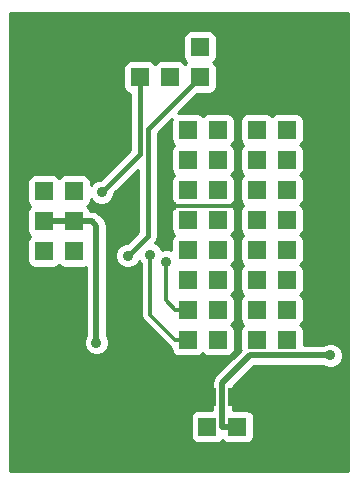
<source format=gbr>
G04 #@! TF.FileFunction,Copper,L1,Top,Signal*
%FSLAX46Y46*%
G04 Gerber Fmt 4.6, Leading zero omitted, Abs format (unit mm)*
G04 Created by KiCad (PCBNEW 0.201505051231+5642~23~ubuntu14.04.1-product) date St 6. květen 2015, 10:49:02 CEST*
%MOMM*%
G01*
G04 APERTURE LIST*
%ADD10C,0.300000*%
%ADD11R,1.524000X1.524000*%
%ADD12C,6.000000*%
%ADD13C,0.889000*%
%ADD14C,0.500000*%
%ADD15C,0.400000*%
%ADD16C,0.254000*%
G04 APERTURE END LIST*
D10*
D11*
X20193000Y2159000D03*
X17653000Y2159000D03*
X20193000Y4699000D03*
X17653000Y4699000D03*
X20193000Y7239000D03*
X17653000Y7239000D03*
X21844000Y27305000D03*
X24384000Y27305000D03*
D12*
X25400000Y35560000D03*
X5080000Y35560000D03*
X25400000Y5080000D03*
X5080000Y5080000D03*
D11*
X16002000Y12065000D03*
X18542000Y12065000D03*
X16002000Y14605000D03*
X18542000Y14605000D03*
X16002000Y17145000D03*
X18542000Y17145000D03*
X16002000Y19685000D03*
X18542000Y19685000D03*
X16002000Y22225000D03*
X18542000Y22225000D03*
X16002000Y24765000D03*
X18542000Y24765000D03*
X16002000Y27305000D03*
X18542000Y27305000D03*
X16002000Y29845000D03*
X18542000Y29845000D03*
X21844000Y12065000D03*
X24384000Y12065000D03*
X21844000Y14605000D03*
X24384000Y14605000D03*
X21844000Y17145000D03*
X24384000Y17145000D03*
X21844000Y19685000D03*
X24384000Y19685000D03*
X21844000Y22225000D03*
X24384000Y22225000D03*
X21844000Y24765000D03*
X24384000Y24765000D03*
X21844000Y29845000D03*
X24384000Y29845000D03*
X17018000Y34290000D03*
X17018000Y36830000D03*
X6350000Y17018000D03*
X3810000Y17018000D03*
X6350000Y19558000D03*
X3810000Y19558000D03*
X6350000Y22098000D03*
X3810000Y22098000D03*
X6350000Y24638000D03*
X3810000Y24638000D03*
X6350000Y27178000D03*
X3810000Y27178000D03*
X14478000Y36830000D03*
X14478000Y34290000D03*
X11938000Y36830000D03*
X11938000Y34290000D03*
D13*
X28041606Y10718800D03*
X8255000Y11811000D03*
X14681199Y23406101D03*
X8686800Y24536400D03*
X10922000Y19177000D03*
X14152542Y18655114D03*
X12823585Y19245521D03*
D14*
X27412989Y10718800D02*
X28041606Y10718800D01*
X21241598Y10718800D02*
X27412989Y10718800D01*
X18926999Y8404201D02*
X21241598Y10718800D01*
X18931000Y4699000D02*
X18926999Y4703001D01*
X20193000Y4699000D02*
X18931000Y4699000D01*
X18926999Y4703001D02*
X18926999Y8404201D01*
X6350000Y22098000D02*
X3810000Y22098000D01*
X6350000Y22098000D02*
X7874000Y22098000D01*
X8255000Y21717000D02*
X8255000Y11811000D01*
X7874000Y22098000D02*
X8255000Y21717000D01*
D10*
X14681199Y23406101D02*
X19977101Y23406101D01*
D15*
X9131299Y24980899D02*
X8686800Y24536400D01*
X11938000Y27787600D02*
X9131299Y24980899D01*
X11938000Y34290000D02*
X11938000Y27787600D01*
X12592010Y29864010D02*
X17018000Y34290000D01*
X12592010Y20847010D02*
X12592010Y29864010D01*
X10922000Y19177000D02*
X12592010Y20847010D01*
D10*
X14152542Y15392458D02*
X14152542Y18026497D01*
X14940000Y14605000D02*
X14152542Y15392458D01*
X16002000Y14605000D02*
X14940000Y14605000D01*
X14152542Y18026497D02*
X14152542Y18655114D01*
X12823585Y18616904D02*
X12823585Y19245521D01*
X12823585Y14181415D02*
X12823585Y18616904D01*
X16002000Y12065000D02*
X14940000Y12065000D01*
X14940000Y12065000D02*
X12823585Y14181415D01*
D16*
G36*
X14857541Y20955278D02*
X14785073Y20907673D01*
X14642623Y20696640D01*
X14592560Y20447000D01*
X14592560Y19641268D01*
X14368210Y19734427D01*
X13938758Y19734801D01*
X13811214Y19682102D01*
X13739274Y19856210D01*
X13435871Y20160143D01*
X13187046Y20263465D01*
X13363449Y20527469D01*
X13363450Y20527470D01*
X13427010Y20847010D01*
X13427010Y29518142D01*
X14611797Y30702930D01*
X14592560Y30607000D01*
X14592560Y29083000D01*
X14639537Y28840877D01*
X14779327Y28628073D01*
X14857541Y28575278D01*
X14785073Y28527673D01*
X14642623Y28316640D01*
X14592560Y28067000D01*
X14592560Y26543000D01*
X14639537Y26300877D01*
X14779327Y26088073D01*
X14857541Y26035278D01*
X14785073Y25987673D01*
X14642623Y25776640D01*
X14592560Y25527000D01*
X14592560Y24003000D01*
X14639537Y23760877D01*
X14779327Y23548073D01*
X14857541Y23495278D01*
X14785073Y23447673D01*
X14642623Y23236640D01*
X14592560Y22987000D01*
X14592560Y21463000D01*
X14639537Y21220877D01*
X14779327Y21008073D01*
X14857541Y20955278D01*
X14857541Y20955278D01*
G37*
X14857541Y20955278D02*
X14785073Y20907673D01*
X14642623Y20696640D01*
X14592560Y20447000D01*
X14592560Y19641268D01*
X14368210Y19734427D01*
X13938758Y19734801D01*
X13811214Y19682102D01*
X13739274Y19856210D01*
X13435871Y20160143D01*
X13187046Y20263465D01*
X13363449Y20527469D01*
X13363450Y20527470D01*
X13427010Y20847010D01*
X13427010Y29518142D01*
X14611797Y30702930D01*
X14592560Y30607000D01*
X14592560Y29083000D01*
X14639537Y28840877D01*
X14779327Y28628073D01*
X14857541Y28575278D01*
X14785073Y28527673D01*
X14642623Y28316640D01*
X14592560Y28067000D01*
X14592560Y26543000D01*
X14639537Y26300877D01*
X14779327Y26088073D01*
X14857541Y26035278D01*
X14785073Y25987673D01*
X14642623Y25776640D01*
X14592560Y25527000D01*
X14592560Y24003000D01*
X14639537Y23760877D01*
X14779327Y23548073D01*
X14857541Y23495278D01*
X14785073Y23447673D01*
X14642623Y23236640D01*
X14592560Y22987000D01*
X14592560Y21463000D01*
X14639537Y21220877D01*
X14779327Y21008073D01*
X14857541Y20955278D01*
G36*
X29541000Y939000D02*
X29121293Y939000D01*
X29121293Y10932584D01*
X28957295Y11329489D01*
X28653892Y11633422D01*
X28257274Y11798113D01*
X27827822Y11798487D01*
X27430917Y11634489D01*
X27400174Y11603800D01*
X25793440Y11603800D01*
X25793440Y12827000D01*
X25746463Y13069123D01*
X25606673Y13281927D01*
X25528458Y13334723D01*
X25600927Y13382327D01*
X25743377Y13593360D01*
X25793440Y13843000D01*
X25793440Y15367000D01*
X25746463Y15609123D01*
X25606673Y15821927D01*
X25528458Y15874723D01*
X25600927Y15922327D01*
X25743377Y16133360D01*
X25793440Y16383000D01*
X25793440Y17907000D01*
X25746463Y18149123D01*
X25606673Y18361927D01*
X25528458Y18414723D01*
X25600927Y18462327D01*
X25743377Y18673360D01*
X25793440Y18923000D01*
X25793440Y20447000D01*
X25746463Y20689123D01*
X25606673Y20901927D01*
X25528458Y20954723D01*
X25600927Y21002327D01*
X25743377Y21213360D01*
X25793440Y21463000D01*
X25793440Y22987000D01*
X25746463Y23229123D01*
X25606673Y23441927D01*
X25528458Y23494723D01*
X25600927Y23542327D01*
X25743377Y23753360D01*
X25793440Y24003000D01*
X25793440Y25527000D01*
X25746463Y25769123D01*
X25606673Y25981927D01*
X25528458Y26034723D01*
X25600927Y26082327D01*
X25743377Y26293360D01*
X25793440Y26543000D01*
X25793440Y28067000D01*
X25746463Y28309123D01*
X25606673Y28521927D01*
X25528458Y28574723D01*
X25600927Y28622327D01*
X25743377Y28833360D01*
X25793440Y29083000D01*
X25793440Y30607000D01*
X25746463Y30849123D01*
X25606673Y31061927D01*
X25395640Y31204377D01*
X25146000Y31254440D01*
X23622000Y31254440D01*
X23379877Y31207463D01*
X23167073Y31067673D01*
X23114277Y30989459D01*
X23066673Y31061927D01*
X22855640Y31204377D01*
X22606000Y31254440D01*
X21082000Y31254440D01*
X20839877Y31207463D01*
X20627073Y31067673D01*
X20484623Y30856640D01*
X20434560Y30607000D01*
X20434560Y29083000D01*
X20481537Y28840877D01*
X20621327Y28628073D01*
X20699541Y28575278D01*
X20627073Y28527673D01*
X20484623Y28316640D01*
X20434560Y28067000D01*
X20434560Y26543000D01*
X20481537Y26300877D01*
X20621327Y26088073D01*
X20699541Y26035278D01*
X20627073Y25987673D01*
X20484623Y25776640D01*
X20434560Y25527000D01*
X20434560Y24003000D01*
X20481537Y23760877D01*
X20621327Y23548073D01*
X20699541Y23495278D01*
X20627073Y23447673D01*
X20484623Y23236640D01*
X20434560Y22987000D01*
X20434560Y21463000D01*
X20481537Y21220877D01*
X20621327Y21008073D01*
X20699541Y20955278D01*
X20627073Y20907673D01*
X20484623Y20696640D01*
X20434560Y20447000D01*
X20434560Y18923000D01*
X20481537Y18680877D01*
X20621327Y18468073D01*
X20699541Y18415278D01*
X20627073Y18367673D01*
X20484623Y18156640D01*
X20434560Y17907000D01*
X20434560Y16383000D01*
X20481537Y16140877D01*
X20621327Y15928073D01*
X20699541Y15875278D01*
X20627073Y15827673D01*
X20484623Y15616640D01*
X20434560Y15367000D01*
X20434560Y13843000D01*
X20481537Y13600877D01*
X20621327Y13388073D01*
X20699541Y13335278D01*
X20627073Y13287673D01*
X20484623Y13076640D01*
X20434560Y12827000D01*
X20434560Y11303000D01*
X20457253Y11186035D01*
X19951440Y10680222D01*
X19951440Y11303000D01*
X19951440Y12827000D01*
X19904463Y13069123D01*
X19764673Y13281927D01*
X19686458Y13334723D01*
X19758927Y13382327D01*
X19901377Y13593360D01*
X19951440Y13843000D01*
X19951440Y15367000D01*
X19904463Y15609123D01*
X19764673Y15821927D01*
X19686458Y15874723D01*
X19758927Y15922327D01*
X19901377Y16133360D01*
X19951440Y16383000D01*
X19951440Y17907000D01*
X19904463Y18149123D01*
X19764673Y18361927D01*
X19686458Y18414723D01*
X19758927Y18462327D01*
X19901377Y18673360D01*
X19951440Y18923000D01*
X19951440Y20447000D01*
X19904463Y20689123D01*
X19764673Y20901927D01*
X19686458Y20954723D01*
X19758927Y21002327D01*
X19901377Y21213360D01*
X19951440Y21463000D01*
X19951440Y22987000D01*
X19904463Y23229123D01*
X19764673Y23441927D01*
X19686458Y23494723D01*
X19758927Y23542327D01*
X19901377Y23753360D01*
X19951440Y24003000D01*
X19951440Y25527000D01*
X19904463Y25769123D01*
X19764673Y25981927D01*
X19686458Y26034723D01*
X19758927Y26082327D01*
X19901377Y26293360D01*
X19951440Y26543000D01*
X19951440Y28067000D01*
X19904463Y28309123D01*
X19764673Y28521927D01*
X19686458Y28574723D01*
X19758927Y28622327D01*
X19901377Y28833360D01*
X19951440Y29083000D01*
X19951440Y30607000D01*
X19904463Y30849123D01*
X19764673Y31061927D01*
X19553640Y31204377D01*
X19304000Y31254440D01*
X17780000Y31254440D01*
X17537877Y31207463D01*
X17325073Y31067673D01*
X17272277Y30989459D01*
X17224673Y31061927D01*
X17013640Y31204377D01*
X16764000Y31254440D01*
X15240000Y31254440D01*
X15144846Y31235979D01*
X16789428Y32880560D01*
X17780000Y32880560D01*
X18022123Y32927537D01*
X18234927Y33067327D01*
X18377377Y33278360D01*
X18427440Y33528000D01*
X18427440Y35052000D01*
X18380463Y35294123D01*
X18240673Y35506927D01*
X18162458Y35559723D01*
X18234927Y35607327D01*
X18377377Y35818360D01*
X18427440Y36068000D01*
X18427440Y37592000D01*
X18380463Y37834123D01*
X18240673Y38046927D01*
X18029640Y38189377D01*
X17780000Y38239440D01*
X16256000Y38239440D01*
X16013877Y38192463D01*
X15801073Y38052673D01*
X15658623Y37841640D01*
X15608560Y37592000D01*
X15608560Y36068000D01*
X15655537Y35825877D01*
X15795327Y35613073D01*
X15873541Y35560278D01*
X15801073Y35512673D01*
X15748277Y35434459D01*
X15700673Y35506927D01*
X15489640Y35649377D01*
X15240000Y35699440D01*
X13716000Y35699440D01*
X13473877Y35652463D01*
X13261073Y35512673D01*
X13208277Y35434459D01*
X13160673Y35506927D01*
X12949640Y35649377D01*
X12700000Y35699440D01*
X11176000Y35699440D01*
X10933877Y35652463D01*
X10721073Y35512673D01*
X10578623Y35301640D01*
X10528560Y35052000D01*
X10528560Y33528000D01*
X10575537Y33285877D01*
X10715327Y33073073D01*
X10926360Y32930623D01*
X11103000Y32895200D01*
X11103000Y28133468D01*
X8585521Y25615990D01*
X8473016Y25616087D01*
X8076111Y25452089D01*
X7772178Y25148686D01*
X7759440Y25118010D01*
X7759440Y25400000D01*
X7712463Y25642123D01*
X7572673Y25854927D01*
X7361640Y25997377D01*
X7112000Y26047440D01*
X5588000Y26047440D01*
X5345877Y26000463D01*
X5133073Y25860673D01*
X5080277Y25782459D01*
X5032673Y25854927D01*
X4821640Y25997377D01*
X4572000Y26047440D01*
X3048000Y26047440D01*
X2805877Y26000463D01*
X2593073Y25860673D01*
X2450623Y25649640D01*
X2400560Y25400000D01*
X2400560Y23876000D01*
X2447537Y23633877D01*
X2587327Y23421073D01*
X2665541Y23368278D01*
X2593073Y23320673D01*
X2450623Y23109640D01*
X2400560Y22860000D01*
X2400560Y21336000D01*
X2447537Y21093877D01*
X2587327Y20881073D01*
X2665541Y20828278D01*
X2593073Y20780673D01*
X2450623Y20569640D01*
X2400560Y20320000D01*
X2400560Y18796000D01*
X2447537Y18553877D01*
X2587327Y18341073D01*
X2798360Y18198623D01*
X3048000Y18148560D01*
X4572000Y18148560D01*
X4814123Y18195537D01*
X5026927Y18335327D01*
X5079722Y18413542D01*
X5127327Y18341073D01*
X5338360Y18198623D01*
X5588000Y18148560D01*
X7112000Y18148560D01*
X7354123Y18195537D01*
X7370000Y18205967D01*
X7370000Y12452857D01*
X7340378Y12423286D01*
X7175687Y12026668D01*
X7175313Y11597216D01*
X7339311Y11200311D01*
X7642714Y10896378D01*
X8039332Y10731687D01*
X8468784Y10731313D01*
X8865689Y10895311D01*
X9169622Y11198714D01*
X9334313Y11595332D01*
X9334687Y12024784D01*
X9170689Y12421689D01*
X9140000Y12452431D01*
X9140000Y21717000D01*
X9072633Y22055675D01*
X8880790Y22342790D01*
X8880786Y22342793D01*
X8499790Y22723790D01*
X8212675Y22915633D01*
X8156484Y22926811D01*
X7874000Y22983001D01*
X7873994Y22983000D01*
X7735575Y22983000D01*
X7712463Y23102123D01*
X7572673Y23314927D01*
X7494458Y23367723D01*
X7566927Y23415327D01*
X7709377Y23626360D01*
X7759440Y23876000D01*
X7759440Y23953956D01*
X7771111Y23925711D01*
X8074514Y23621778D01*
X8471132Y23457087D01*
X8900584Y23456713D01*
X9297489Y23620711D01*
X9601422Y23924114D01*
X9766113Y24320732D01*
X9766212Y24434945D01*
X11757010Y26425742D01*
X11757010Y21192878D01*
X10820721Y20256590D01*
X10708216Y20256687D01*
X10311311Y20092689D01*
X10007378Y19789286D01*
X9842687Y19392668D01*
X9842313Y18963216D01*
X10006311Y18566311D01*
X10309714Y18262378D01*
X10706332Y18097687D01*
X11135784Y18097313D01*
X11532689Y18261311D01*
X11836622Y18564714D01*
X11886868Y18685722D01*
X11907896Y18634832D01*
X12038585Y18503914D01*
X12038585Y14181415D01*
X12098340Y13881008D01*
X12268506Y13626336D01*
X14384921Y11509921D01*
X14592560Y11371182D01*
X14592560Y11303000D01*
X14639537Y11060877D01*
X14779327Y10848073D01*
X14990360Y10705623D01*
X15240000Y10655560D01*
X16764000Y10655560D01*
X17006123Y10702537D01*
X17218927Y10842327D01*
X17271722Y10920542D01*
X17319327Y10848073D01*
X17530360Y10705623D01*
X17780000Y10655560D01*
X19304000Y10655560D01*
X19546123Y10702537D01*
X19758927Y10842327D01*
X19901377Y11053360D01*
X19951440Y11303000D01*
X19951440Y10680222D01*
X18301209Y9029991D01*
X18109366Y8742876D01*
X18098188Y8686686D01*
X18041998Y8404201D01*
X18041999Y8404195D01*
X18041999Y6108440D01*
X16891000Y6108440D01*
X16648877Y6061463D01*
X16436073Y5921673D01*
X16293623Y5710640D01*
X16243560Y5461000D01*
X16243560Y3937000D01*
X16290537Y3694877D01*
X16430327Y3482073D01*
X16641360Y3339623D01*
X16891000Y3289560D01*
X18415000Y3289560D01*
X18657123Y3336537D01*
X18869927Y3476327D01*
X18922722Y3554542D01*
X18970327Y3482073D01*
X19181360Y3339623D01*
X19431000Y3289560D01*
X20955000Y3289560D01*
X21197123Y3336537D01*
X21409927Y3476327D01*
X21552377Y3687360D01*
X21602440Y3937000D01*
X21602440Y5461000D01*
X21555463Y5703123D01*
X21415673Y5915927D01*
X21204640Y6058377D01*
X20955000Y6108440D01*
X19811999Y6108440D01*
X19811999Y8037622D01*
X21608177Y9833800D01*
X27399749Y9833800D01*
X27429320Y9804178D01*
X27825938Y9639487D01*
X28255390Y9639113D01*
X28652295Y9803111D01*
X28956228Y10106514D01*
X29120919Y10503132D01*
X29121293Y10932584D01*
X29121293Y939000D01*
X939000Y939000D01*
X939000Y39701000D01*
X29541000Y39701000D01*
X29541000Y939000D01*
X29541000Y939000D01*
G37*
X29541000Y939000D02*
X29121293Y939000D01*
X29121293Y10932584D01*
X28957295Y11329489D01*
X28653892Y11633422D01*
X28257274Y11798113D01*
X27827822Y11798487D01*
X27430917Y11634489D01*
X27400174Y11603800D01*
X25793440Y11603800D01*
X25793440Y12827000D01*
X25746463Y13069123D01*
X25606673Y13281927D01*
X25528458Y13334723D01*
X25600927Y13382327D01*
X25743377Y13593360D01*
X25793440Y13843000D01*
X25793440Y15367000D01*
X25746463Y15609123D01*
X25606673Y15821927D01*
X25528458Y15874723D01*
X25600927Y15922327D01*
X25743377Y16133360D01*
X25793440Y16383000D01*
X25793440Y17907000D01*
X25746463Y18149123D01*
X25606673Y18361927D01*
X25528458Y18414723D01*
X25600927Y18462327D01*
X25743377Y18673360D01*
X25793440Y18923000D01*
X25793440Y20447000D01*
X25746463Y20689123D01*
X25606673Y20901927D01*
X25528458Y20954723D01*
X25600927Y21002327D01*
X25743377Y21213360D01*
X25793440Y21463000D01*
X25793440Y22987000D01*
X25746463Y23229123D01*
X25606673Y23441927D01*
X25528458Y23494723D01*
X25600927Y23542327D01*
X25743377Y23753360D01*
X25793440Y24003000D01*
X25793440Y25527000D01*
X25746463Y25769123D01*
X25606673Y25981927D01*
X25528458Y26034723D01*
X25600927Y26082327D01*
X25743377Y26293360D01*
X25793440Y26543000D01*
X25793440Y28067000D01*
X25746463Y28309123D01*
X25606673Y28521927D01*
X25528458Y28574723D01*
X25600927Y28622327D01*
X25743377Y28833360D01*
X25793440Y29083000D01*
X25793440Y30607000D01*
X25746463Y30849123D01*
X25606673Y31061927D01*
X25395640Y31204377D01*
X25146000Y31254440D01*
X23622000Y31254440D01*
X23379877Y31207463D01*
X23167073Y31067673D01*
X23114277Y30989459D01*
X23066673Y31061927D01*
X22855640Y31204377D01*
X22606000Y31254440D01*
X21082000Y31254440D01*
X20839877Y31207463D01*
X20627073Y31067673D01*
X20484623Y30856640D01*
X20434560Y30607000D01*
X20434560Y29083000D01*
X20481537Y28840877D01*
X20621327Y28628073D01*
X20699541Y28575278D01*
X20627073Y28527673D01*
X20484623Y28316640D01*
X20434560Y28067000D01*
X20434560Y26543000D01*
X20481537Y26300877D01*
X20621327Y26088073D01*
X20699541Y26035278D01*
X20627073Y25987673D01*
X20484623Y25776640D01*
X20434560Y25527000D01*
X20434560Y24003000D01*
X20481537Y23760877D01*
X20621327Y23548073D01*
X20699541Y23495278D01*
X20627073Y23447673D01*
X20484623Y23236640D01*
X20434560Y22987000D01*
X20434560Y21463000D01*
X20481537Y21220877D01*
X20621327Y21008073D01*
X20699541Y20955278D01*
X20627073Y20907673D01*
X20484623Y20696640D01*
X20434560Y20447000D01*
X20434560Y18923000D01*
X20481537Y18680877D01*
X20621327Y18468073D01*
X20699541Y18415278D01*
X20627073Y18367673D01*
X20484623Y18156640D01*
X20434560Y17907000D01*
X20434560Y16383000D01*
X20481537Y16140877D01*
X20621327Y15928073D01*
X20699541Y15875278D01*
X20627073Y15827673D01*
X20484623Y15616640D01*
X20434560Y15367000D01*
X20434560Y13843000D01*
X20481537Y13600877D01*
X20621327Y13388073D01*
X20699541Y13335278D01*
X20627073Y13287673D01*
X20484623Y13076640D01*
X20434560Y12827000D01*
X20434560Y11303000D01*
X20457253Y11186035D01*
X19951440Y10680222D01*
X19951440Y11303000D01*
X19951440Y12827000D01*
X19904463Y13069123D01*
X19764673Y13281927D01*
X19686458Y13334723D01*
X19758927Y13382327D01*
X19901377Y13593360D01*
X19951440Y13843000D01*
X19951440Y15367000D01*
X19904463Y15609123D01*
X19764673Y15821927D01*
X19686458Y15874723D01*
X19758927Y15922327D01*
X19901377Y16133360D01*
X19951440Y16383000D01*
X19951440Y17907000D01*
X19904463Y18149123D01*
X19764673Y18361927D01*
X19686458Y18414723D01*
X19758927Y18462327D01*
X19901377Y18673360D01*
X19951440Y18923000D01*
X19951440Y20447000D01*
X19904463Y20689123D01*
X19764673Y20901927D01*
X19686458Y20954723D01*
X19758927Y21002327D01*
X19901377Y21213360D01*
X19951440Y21463000D01*
X19951440Y22987000D01*
X19904463Y23229123D01*
X19764673Y23441927D01*
X19686458Y23494723D01*
X19758927Y23542327D01*
X19901377Y23753360D01*
X19951440Y24003000D01*
X19951440Y25527000D01*
X19904463Y25769123D01*
X19764673Y25981927D01*
X19686458Y26034723D01*
X19758927Y26082327D01*
X19901377Y26293360D01*
X19951440Y26543000D01*
X19951440Y28067000D01*
X19904463Y28309123D01*
X19764673Y28521927D01*
X19686458Y28574723D01*
X19758927Y28622327D01*
X19901377Y28833360D01*
X19951440Y29083000D01*
X19951440Y30607000D01*
X19904463Y30849123D01*
X19764673Y31061927D01*
X19553640Y31204377D01*
X19304000Y31254440D01*
X17780000Y31254440D01*
X17537877Y31207463D01*
X17325073Y31067673D01*
X17272277Y30989459D01*
X17224673Y31061927D01*
X17013640Y31204377D01*
X16764000Y31254440D01*
X15240000Y31254440D01*
X15144846Y31235979D01*
X16789428Y32880560D01*
X17780000Y32880560D01*
X18022123Y32927537D01*
X18234927Y33067327D01*
X18377377Y33278360D01*
X18427440Y33528000D01*
X18427440Y35052000D01*
X18380463Y35294123D01*
X18240673Y35506927D01*
X18162458Y35559723D01*
X18234927Y35607327D01*
X18377377Y35818360D01*
X18427440Y36068000D01*
X18427440Y37592000D01*
X18380463Y37834123D01*
X18240673Y38046927D01*
X18029640Y38189377D01*
X17780000Y38239440D01*
X16256000Y38239440D01*
X16013877Y38192463D01*
X15801073Y38052673D01*
X15658623Y37841640D01*
X15608560Y37592000D01*
X15608560Y36068000D01*
X15655537Y35825877D01*
X15795327Y35613073D01*
X15873541Y35560278D01*
X15801073Y35512673D01*
X15748277Y35434459D01*
X15700673Y35506927D01*
X15489640Y35649377D01*
X15240000Y35699440D01*
X13716000Y35699440D01*
X13473877Y35652463D01*
X13261073Y35512673D01*
X13208277Y35434459D01*
X13160673Y35506927D01*
X12949640Y35649377D01*
X12700000Y35699440D01*
X11176000Y35699440D01*
X10933877Y35652463D01*
X10721073Y35512673D01*
X10578623Y35301640D01*
X10528560Y35052000D01*
X10528560Y33528000D01*
X10575537Y33285877D01*
X10715327Y33073073D01*
X10926360Y32930623D01*
X11103000Y32895200D01*
X11103000Y28133468D01*
X8585521Y25615990D01*
X8473016Y25616087D01*
X8076111Y25452089D01*
X7772178Y25148686D01*
X7759440Y25118010D01*
X7759440Y25400000D01*
X7712463Y25642123D01*
X7572673Y25854927D01*
X7361640Y25997377D01*
X7112000Y26047440D01*
X5588000Y26047440D01*
X5345877Y26000463D01*
X5133073Y25860673D01*
X5080277Y25782459D01*
X5032673Y25854927D01*
X4821640Y25997377D01*
X4572000Y26047440D01*
X3048000Y26047440D01*
X2805877Y26000463D01*
X2593073Y25860673D01*
X2450623Y25649640D01*
X2400560Y25400000D01*
X2400560Y23876000D01*
X2447537Y23633877D01*
X2587327Y23421073D01*
X2665541Y23368278D01*
X2593073Y23320673D01*
X2450623Y23109640D01*
X2400560Y22860000D01*
X2400560Y21336000D01*
X2447537Y21093877D01*
X2587327Y20881073D01*
X2665541Y20828278D01*
X2593073Y20780673D01*
X2450623Y20569640D01*
X2400560Y20320000D01*
X2400560Y18796000D01*
X2447537Y18553877D01*
X2587327Y18341073D01*
X2798360Y18198623D01*
X3048000Y18148560D01*
X4572000Y18148560D01*
X4814123Y18195537D01*
X5026927Y18335327D01*
X5079722Y18413542D01*
X5127327Y18341073D01*
X5338360Y18198623D01*
X5588000Y18148560D01*
X7112000Y18148560D01*
X7354123Y18195537D01*
X7370000Y18205967D01*
X7370000Y12452857D01*
X7340378Y12423286D01*
X7175687Y12026668D01*
X7175313Y11597216D01*
X7339311Y11200311D01*
X7642714Y10896378D01*
X8039332Y10731687D01*
X8468784Y10731313D01*
X8865689Y10895311D01*
X9169622Y11198714D01*
X9334313Y11595332D01*
X9334687Y12024784D01*
X9170689Y12421689D01*
X9140000Y12452431D01*
X9140000Y21717000D01*
X9072633Y22055675D01*
X8880790Y22342790D01*
X8880786Y22342793D01*
X8499790Y22723790D01*
X8212675Y22915633D01*
X8156484Y22926811D01*
X7874000Y22983001D01*
X7873994Y22983000D01*
X7735575Y22983000D01*
X7712463Y23102123D01*
X7572673Y23314927D01*
X7494458Y23367723D01*
X7566927Y23415327D01*
X7709377Y23626360D01*
X7759440Y23876000D01*
X7759440Y23953956D01*
X7771111Y23925711D01*
X8074514Y23621778D01*
X8471132Y23457087D01*
X8900584Y23456713D01*
X9297489Y23620711D01*
X9601422Y23924114D01*
X9766113Y24320732D01*
X9766212Y24434945D01*
X11757010Y26425742D01*
X11757010Y21192878D01*
X10820721Y20256590D01*
X10708216Y20256687D01*
X10311311Y20092689D01*
X10007378Y19789286D01*
X9842687Y19392668D01*
X9842313Y18963216D01*
X10006311Y18566311D01*
X10309714Y18262378D01*
X10706332Y18097687D01*
X11135784Y18097313D01*
X11532689Y18261311D01*
X11836622Y18564714D01*
X11886868Y18685722D01*
X11907896Y18634832D01*
X12038585Y18503914D01*
X12038585Y14181415D01*
X12098340Y13881008D01*
X12268506Y13626336D01*
X14384921Y11509921D01*
X14592560Y11371182D01*
X14592560Y11303000D01*
X14639537Y11060877D01*
X14779327Y10848073D01*
X14990360Y10705623D01*
X15240000Y10655560D01*
X16764000Y10655560D01*
X17006123Y10702537D01*
X17218927Y10842327D01*
X17271722Y10920542D01*
X17319327Y10848073D01*
X17530360Y10705623D01*
X17780000Y10655560D01*
X19304000Y10655560D01*
X19546123Y10702537D01*
X19758927Y10842327D01*
X19901377Y11053360D01*
X19951440Y11303000D01*
X19951440Y10680222D01*
X18301209Y9029991D01*
X18109366Y8742876D01*
X18098188Y8686686D01*
X18041998Y8404201D01*
X18041999Y8404195D01*
X18041999Y6108440D01*
X16891000Y6108440D01*
X16648877Y6061463D01*
X16436073Y5921673D01*
X16293623Y5710640D01*
X16243560Y5461000D01*
X16243560Y3937000D01*
X16290537Y3694877D01*
X16430327Y3482073D01*
X16641360Y3339623D01*
X16891000Y3289560D01*
X18415000Y3289560D01*
X18657123Y3336537D01*
X18869927Y3476327D01*
X18922722Y3554542D01*
X18970327Y3482073D01*
X19181360Y3339623D01*
X19431000Y3289560D01*
X20955000Y3289560D01*
X21197123Y3336537D01*
X21409927Y3476327D01*
X21552377Y3687360D01*
X21602440Y3937000D01*
X21602440Y5461000D01*
X21555463Y5703123D01*
X21415673Y5915927D01*
X21204640Y6058377D01*
X20955000Y6108440D01*
X19811999Y6108440D01*
X19811999Y8037622D01*
X21608177Y9833800D01*
X27399749Y9833800D01*
X27429320Y9804178D01*
X27825938Y9639487D01*
X28255390Y9639113D01*
X28652295Y9803111D01*
X28956228Y10106514D01*
X29120919Y10503132D01*
X29121293Y10932584D01*
X29121293Y939000D01*
X939000Y939000D01*
X939000Y39701000D01*
X29541000Y39701000D01*
X29541000Y939000D01*
M02*

</source>
